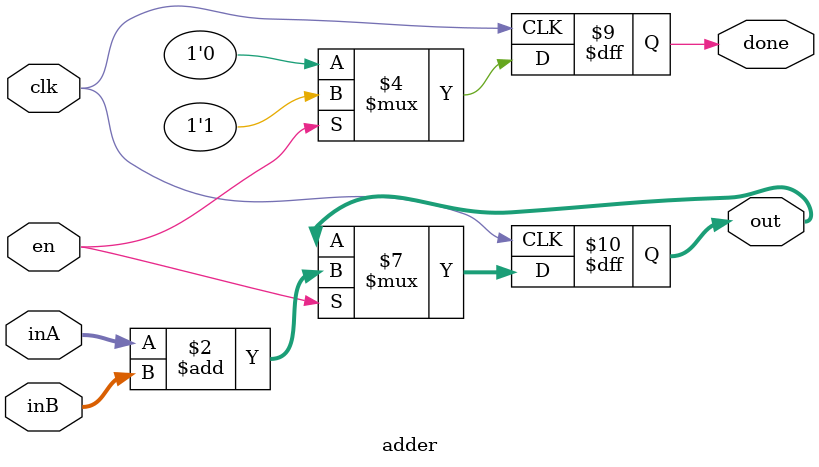
<source format=v>
`timescale 1ps/1ps
module adder #(parameter N = 3)(
    input clk,
    input en,
    output reg done,
    input [N-1:0] inA,
    input [N-1:0] inB,
    output reg [N:0] out
);
    
    always @(posedge clk) begin
        if (en) begin
            out = inA + inB;
            done = 1;
        end else begin
            done = 0;
        end
    end

endmodule

</source>
